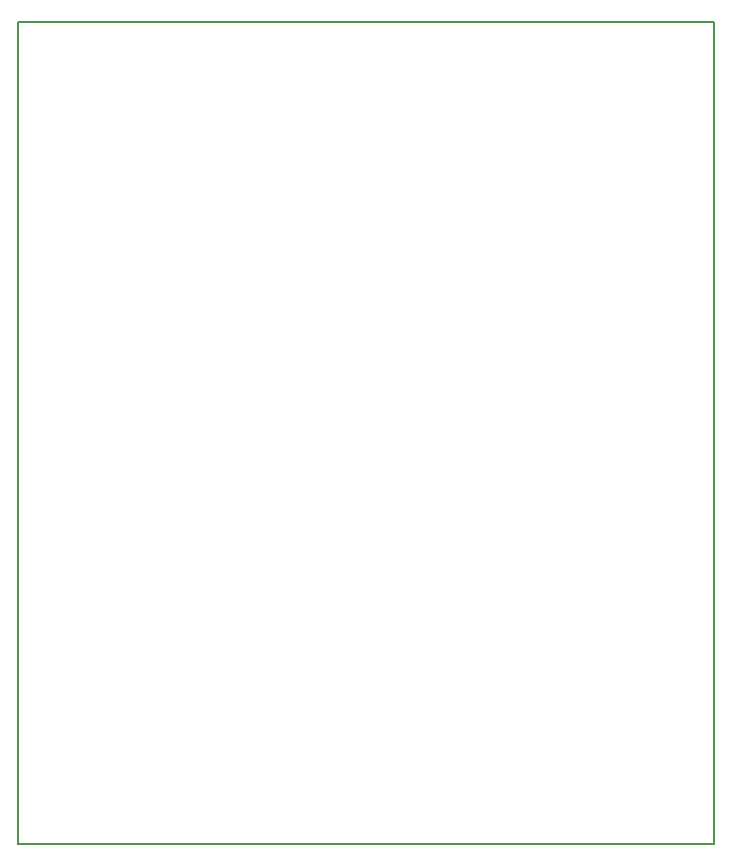
<source format=gbr>
G04 #@! TF.FileFunction,Profile,NP*
%FSLAX46Y46*%
G04 Gerber Fmt 4.6, Leading zero omitted, Abs format (unit mm)*
G04 Created by KiCad (PCBNEW 4.0.5+dfsg1-4) date Sun Jul  5 20:58:49 2020*
%MOMM*%
%LPD*%
G01*
G04 APERTURE LIST*
%ADD10C,0.150000*%
G04 APERTURE END LIST*
D10*
X118872000Y-132588000D02*
X118872000Y-62992000D01*
X177800000Y-132588000D02*
X118872000Y-132588000D01*
X177800000Y-62992000D02*
X177800000Y-132588000D01*
X123952000Y-62992000D02*
X177800000Y-62992000D01*
X123952000Y-62992000D02*
X118872000Y-62992000D01*
M02*

</source>
